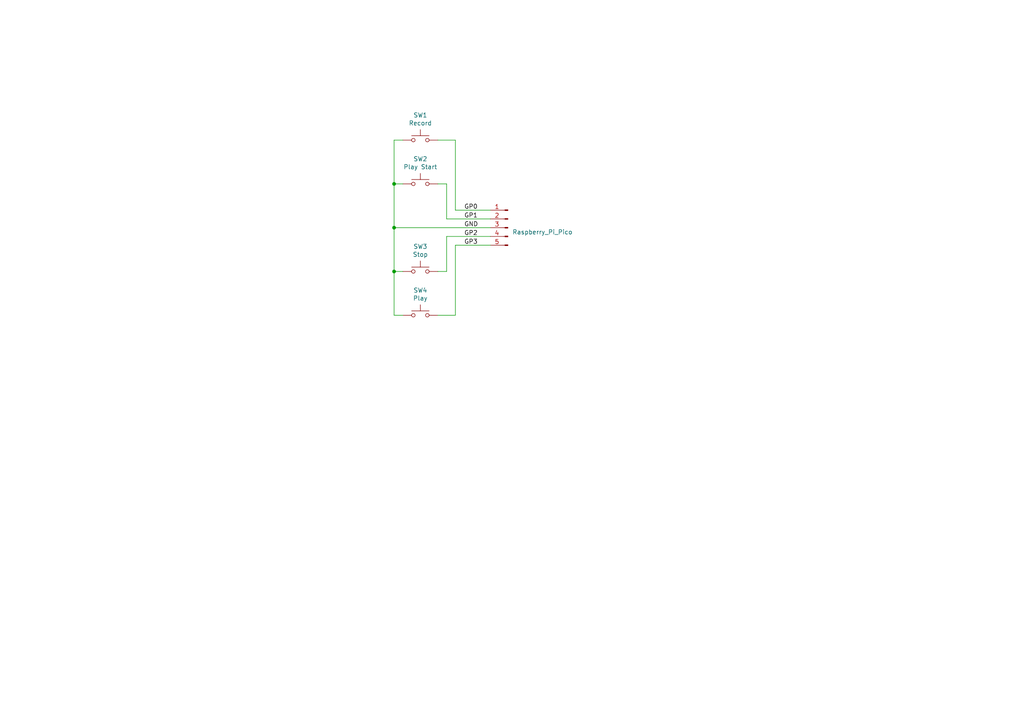
<source format=kicad_sch>
(kicad_sch (version 20230121) (generator eeschema)
  (paper "A4")
  (lib_symbols
    (symbol "Connector:Conn_01x05_Pin" (pin_names (offset 1.016) hide)
      (property "Reference" "J" (at 0 7.62 0))
      (property "Value" "Conn_01x05_Pin" (at 0 -7.62 0))
      (symbol "Conn_01x05_Pin_1_1"
        (polyline (pts (xy 1.27 -5.08) (xy 0.8636 -5.08)) (stroke (width 0.1524)))
        (polyline (pts (xy 1.27 -2.54) (xy 0.8636 -2.54)) (stroke (width 0.1524)))
        (polyline (pts (xy 1.27 0) (xy 0.8636 0)) (stroke (width 0.1524)))
        (polyline (pts (xy 1.27 2.54) (xy 0.8636 2.54)) (stroke (width 0.1524)))
        (polyline (pts (xy 1.27 5.08) (xy 0.8636 5.08)) (stroke (width 0.1524)))
        (rectangle (start 0.8636 -4.953) (end 0 -5.207) (stroke (width 0.1524)) (fill (type outline)))
        (rectangle (start 0.8636 -2.413) (end 0 -2.667) (stroke (width 0.1524)) (fill (type outline)))
        (rectangle (start 0.8636 0.127) (end 0 -0.127) (stroke (width 0.1524)) (fill (type outline)))
        (rectangle (start 0.8636 2.667) (end 0 2.413) (stroke (width 0.1524)) (fill (type outline)))
        (rectangle (start 0.8636 5.207) (end 0 4.953) (stroke (width 0.1524)) (fill (type outline)))
        (pin passive line (at 5.08 5.08 180) (length 3.81) (name "Pin_1") (number "1"))
        (pin passive line (at 5.08 2.54 180) (length 3.81) (name "Pin_2") (number "2"))
        (pin passive line (at 5.08 0 180) (length 3.81) (name "Pin_3") (number "3"))
        (pin passive line (at 5.08 -2.54 180) (length 3.81) (name "Pin_4") (number "4"))
        (pin passive line (at 5.08 -5.08 180) (length 3.81) (name "Pin_5") (number "5"))
      )
    )
    (symbol "Switch:SW_Push" (pin_numbers hide) (pin_names (offset 1.016) hide)
      (property "Reference" "SW" (at 1.27 2.54 0))
      (property "Value" "SW_Push" (at 0 -1.524 0))
      (symbol "SW_Push_0_1"
        (circle (center -2.032 0) (radius 0.508))
        (polyline (pts (xy 0 1.27) (xy 0 3.048)))
        (polyline (pts (xy 2.54 1.27) (xy -2.54 1.27)))
        (circle (center 2.032 0) (radius 0.508))
        (pin passive line (at -5.08 0 0) (length 2.54) (name "1") (number "1"))
        (pin passive line (at 5.08 0 180) (length 2.54) (name "2") (number "2"))
      )
    )
  )
  (junction (at 114.3 78.74))
  (junction (at 114.3 66.04))
  (junction (at 114.3 53.34))
  (wire (pts (xy 114.3 53.34) (xy 116.84 53.34)))
  (wire (pts (xy 114.3 66.04) (xy 114.3 78.74)))
  (wire (pts (xy 127 91.44) (xy 132.08 91.44)))
  (wire (pts (xy 114.3 53.34) (xy 114.3 66.04)))
  (wire (pts (xy 132.08 40.64) (xy 132.08 60.96)))
  (wire (pts (xy 129.54 68.58) (xy 142.24 68.58)))
  (wire (pts (xy 114.3 91.44) (xy 116.84 91.44)))
  (wire (pts (xy 114.3 40.64) (xy 114.3 53.34)))
  (wire (pts (xy 129.54 78.74) (xy 129.54 68.58)))
  (wire (pts (xy 127 40.64) (xy 132.08 40.64)))
  (wire (pts (xy 114.3 40.64) (xy 116.84 40.64)))
  (wire (pts (xy 114.3 78.74) (xy 116.84 78.74)))
  (wire (pts (xy 132.08 91.44) (xy 132.08 71.12)))
  (wire (pts (xy 132.08 60.96) (xy 142.24 60.96)))
  (wire (pts (xy 129.54 53.34) (xy 129.54 63.5)))
  (wire (pts (xy 127 53.34) (xy 129.54 53.34)))
  (wire (pts (xy 114.3 78.74) (xy 114.3 91.44)))
  (wire (pts (xy 127 78.74) (xy 129.54 78.74)))
  (wire (pts (xy 132.08 71.12) (xy 142.24 71.12)))
  (wire (pts (xy 129.54 63.5) (xy 142.24 63.5)))
  (wire (pts (xy 114.3 66.04) (xy 142.24 66.04)))
  (label "GND" (at 134.62 66.04 0))
  (label "GP0" (at 134.62 60.96 0))
  (label "GP1" (at 134.62 63.5 0))
  (label "GP2" (at 134.62 68.58 0))
  (label "GP3" (at 134.62 71.12 0))
  (symbol (lib_id "Switch:SW_Push") (at 121.92 40.64 0) (unit 1)
    (property "Reference" "SW1" (at 121.92 33.401 0))
    (property "Value" "Record" (at 121.92 35.7124 0))
  )
  (symbol (lib_id "Switch:SW_Push") (at 121.92 53.34 0) (unit 1)
    (property "Reference" "SW2" (at 121.92 46.101 0))
    (property "Value" "Play Start" (at 121.92 48.4124 0))
  )
  (symbol (lib_id "Switch:SW_Push") (at 121.92 78.74 0) (unit 1)
    (property "Reference" "SW3" (at 121.92 71.501 0))
    (property "Value" "Stop" (at 121.92 73.8124 0))
  )
  (symbol (lib_id "Switch:SW_Push") (at 121.92 91.44 0) (unit 1)
    (property "Reference" "SW4" (at 121.92 84.201 0))
    (property "Value" "Play" (at 121.92 86.5124 0))
  )
  (symbol (lib_id "Connector:Conn_01x05_Pin") (at 147.32 66.04 0) (mirror y) (unit 1)
    (property "Reference" "J1" (effects hide))
    (property "Value" "Raspberry_Pi_Pico" (at 148.59 67.31 0) (effects (justify right)))
  )
)
</source>
